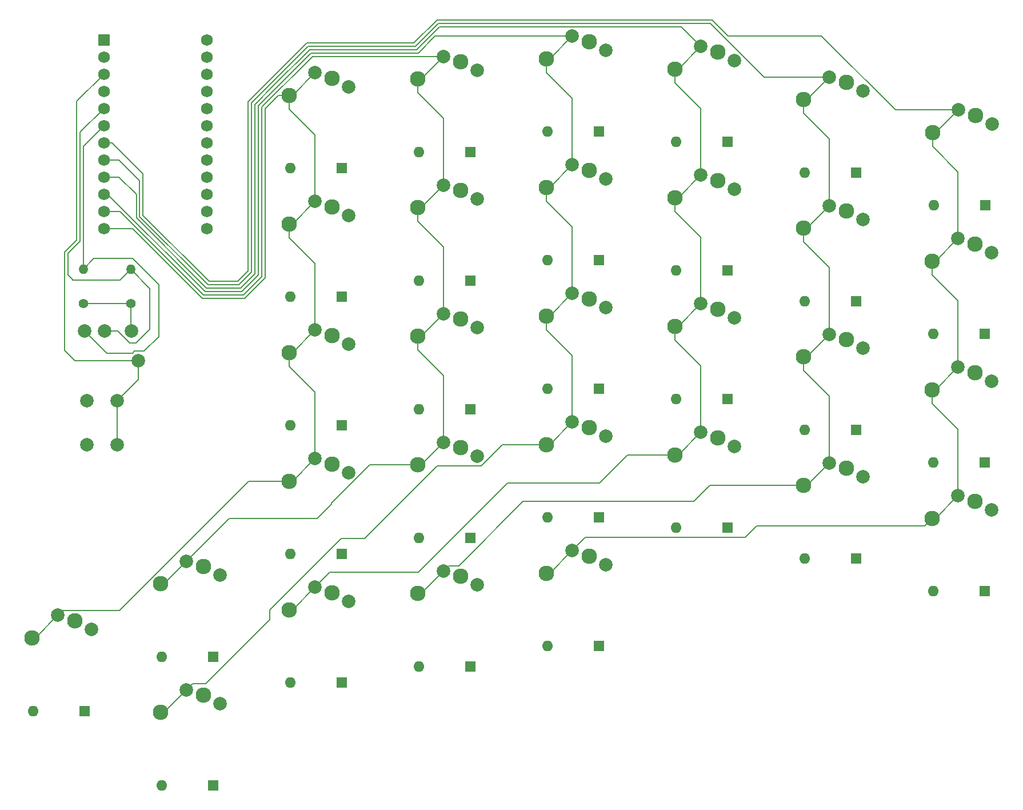
<source format=gbr>
%TF.GenerationSoftware,KiCad,Pcbnew,8.0.6*%
%TF.CreationDate,2025-02-14T20:47:42-05:00*%
%TF.ProjectId,KeyBoard_2nd_half,4b657942-6f61-4726-945f-326e645f6861,rev?*%
%TF.SameCoordinates,Original*%
%TF.FileFunction,Copper,L1,Top*%
%TF.FilePolarity,Positive*%
%FSLAX46Y46*%
G04 Gerber Fmt 4.6, Leading zero omitted, Abs format (unit mm)*
G04 Created by KiCad (PCBNEW 8.0.6) date 2025-02-14 20:47:42*
%MOMM*%
%LPD*%
G01*
G04 APERTURE LIST*
%TA.AperFunction,ComponentPad*%
%ADD10C,2.300000*%
%TD*%
%TA.AperFunction,ComponentPad*%
%ADD11C,2.000000*%
%TD*%
%TA.AperFunction,ComponentPad*%
%ADD12C,1.400000*%
%TD*%
%TA.AperFunction,ComponentPad*%
%ADD13O,1.400000X1.400000*%
%TD*%
%TA.AperFunction,ComponentPad*%
%ADD14R,1.752600X1.752600*%
%TD*%
%TA.AperFunction,ComponentPad*%
%ADD15C,1.752600*%
%TD*%
%TA.AperFunction,ComponentPad*%
%ADD16R,1.600000X1.600000*%
%TD*%
%TA.AperFunction,ComponentPad*%
%ADD17O,1.600000X1.600000*%
%TD*%
%TA.AperFunction,Conductor*%
%ADD18C,0.200000*%
%TD*%
G04 APERTURE END LIST*
D10*
%TO.P,S36,1,1*%
%TO.N,R Col 1*%
X182102100Y-48056976D03*
D11*
X185912100Y-44696976D03*
D10*
%TO.P,S36,2,2*%
%TO.N,Net-(D36-A)*%
X188452100Y-45516976D03*
D11*
X190912100Y-46796976D03*
%TD*%
D10*
%TO.P,S57,1,1*%
%TO.N,R Col 5*%
X105902100Y-66456976D03*
D11*
X109712100Y-63096976D03*
D10*
%TO.P,S57,2,2*%
%TO.N,Net-(D57-A)*%
X112252100Y-63916976D03*
D11*
X114712100Y-65196976D03*
%TD*%
D10*
%TO.P,S56,1,1*%
%TO.N,R Col 5*%
X105902100Y-47406976D03*
D11*
X109712100Y-44046976D03*
D10*
%TO.P,S56,2,2*%
%TO.N,Net-(D56-A)*%
X112252100Y-44866976D03*
D11*
X114712100Y-46146976D03*
%TD*%
D10*
%TO.P,S42,1,1*%
%TO.N,R Col 2*%
X163052100Y-62581976D03*
D11*
X166862100Y-59221976D03*
D10*
%TO.P,S42,2,2*%
%TO.N,Net-(D42-A)*%
X169402100Y-60041976D03*
D11*
X171862100Y-61321976D03*
%TD*%
D10*
%TO.P,S51,1,1*%
%TO.N,R Col 4*%
X124952100Y-45006976D03*
D11*
X128762100Y-41646976D03*
D10*
%TO.P,S51,2,2*%
%TO.N,Net-(D51-A)*%
X131302100Y-42466976D03*
D11*
X133762100Y-43746976D03*
%TD*%
D10*
%TO.P,S59,1,1*%
%TO.N,R Col 5*%
X105902100Y-104556976D03*
D11*
X109712100Y-101196976D03*
D10*
%TO.P,S59,2,2*%
%TO.N,Net-(D59-A)*%
X112252100Y-102016976D03*
D11*
X114712100Y-103296976D03*
%TD*%
D10*
%TO.P,S34,1,1*%
%TO.N,R Col 0*%
X201152100Y-110072788D03*
D11*
X204962100Y-106712788D03*
D10*
%TO.P,S34,2,2*%
%TO.N,Net-(D34-A)*%
X207502100Y-107532788D03*
D11*
X209962100Y-108812788D03*
%TD*%
D10*
%TO.P,S37,1,1*%
%TO.N,R Col 1*%
X182102100Y-67106976D03*
D11*
X185912100Y-63746976D03*
D10*
%TO.P,S37,2,2*%
%TO.N,Net-(D37-A)*%
X188452100Y-64566976D03*
D11*
X190912100Y-65846976D03*
%TD*%
D10*
%TO.P,S31,1,1*%
%TO.N,R Col 0*%
X201177099Y-52941164D03*
D11*
X204987099Y-49581164D03*
D10*
%TO.P,S31,2,2*%
%TO.N,Net-(D31-A)*%
X207527099Y-50401164D03*
D11*
X209987099Y-51681164D03*
%TD*%
D10*
%TO.P,S53,1,1*%
%TO.N,R Col 4*%
X124952100Y-83106976D03*
D11*
X128762100Y-79746976D03*
D10*
%TO.P,S53,2,2*%
%TO.N,Net-(D53-A)*%
X131302100Y-80566976D03*
D11*
X133762100Y-81846976D03*
%TD*%
D12*
%TO.P,R4,1*%
%TO.N,VCC*%
X75383450Y-78276189D03*
D13*
%TO.P,R4,2*%
%TO.N,R Ring1*%
X75383450Y-73196189D03*
%TD*%
D10*
%TO.P,S55,1,1*%
%TO.N,R Col 4*%
X86852100Y-119781976D03*
D11*
X90662100Y-116421976D03*
D10*
%TO.P,S55,2,2*%
%TO.N,Net-(D55-A)*%
X93202100Y-117241976D03*
D11*
X95662100Y-118521976D03*
%TD*%
D10*
%TO.P,S48,1,1*%
%TO.N,R Col 3*%
X144002100Y-80106976D03*
D11*
X147812100Y-76746976D03*
D10*
%TO.P,S48,2,2*%
%TO.N,Net-(D48-A)*%
X150352100Y-77566976D03*
D11*
X152812100Y-78846976D03*
%TD*%
D10*
%TO.P,S52,1,1*%
%TO.N,R Col 4*%
X124952100Y-64056976D03*
D11*
X128762100Y-60696976D03*
D10*
%TO.P,S52,2,2*%
%TO.N,Net-(D52-A)*%
X131302100Y-61516976D03*
D11*
X133762100Y-62796976D03*
%TD*%
D10*
%TO.P,S35,1,1*%
%TO.N,R Col 0*%
X144002100Y-118206976D03*
D11*
X147812100Y-114846976D03*
D10*
%TO.P,S35,2,2*%
%TO.N,Net-(D35-A)*%
X150352100Y-115666976D03*
D11*
X152812100Y-116946976D03*
%TD*%
D10*
%TO.P,S41,1,1*%
%TO.N,R Col 2*%
X163052100Y-43531976D03*
D11*
X166862100Y-40171976D03*
D10*
%TO.P,S41,2,2*%
%TO.N,Net-(D41-A)*%
X169402100Y-40991976D03*
D11*
X171862100Y-42271976D03*
%TD*%
D10*
%TO.P,S58,1,1*%
%TO.N,R Col 5*%
X105902100Y-85506976D03*
D11*
X109712100Y-82146976D03*
D10*
%TO.P,S58,2,2*%
%TO.N,Net-(D58-A)*%
X112252100Y-82966976D03*
D11*
X114712100Y-84246976D03*
%TD*%
D12*
%TO.P,R3,1*%
%TO.N,VCC*%
X82393450Y-78286189D03*
D13*
%TO.P,R3,2*%
%TO.N,R Ring2*%
X82393450Y-73206189D03*
%TD*%
D10*
%TO.P,S45,1,1*%
%TO.N,R Col 2*%
X105902100Y-123606976D03*
D11*
X109712100Y-120246976D03*
D10*
%TO.P,S45,2,2*%
%TO.N,Net-(D45-A)*%
X112252100Y-121066976D03*
D11*
X114712100Y-122346976D03*
%TD*%
D10*
%TO.P,S47,1,1*%
%TO.N,R Col 3*%
X144002100Y-61056976D03*
D11*
X147812100Y-57696976D03*
D10*
%TO.P,S47,2,2*%
%TO.N,Net-(D47-A)*%
X150352100Y-58516976D03*
D11*
X152812100Y-59796976D03*
%TD*%
D10*
%TO.P,S43,1,1*%
%TO.N,R Col 2*%
X163052100Y-81631976D03*
D11*
X166862100Y-78271976D03*
D10*
%TO.P,S43,2,2*%
%TO.N,Net-(D43-A)*%
X169402100Y-79091976D03*
D11*
X171862100Y-80371976D03*
%TD*%
D10*
%TO.P,S60,1,1*%
%TO.N,R Col 5*%
X67802100Y-127806976D03*
D11*
X71612100Y-124446976D03*
D10*
%TO.P,S60,2,2*%
%TO.N,Net-(D60-A)*%
X74152100Y-125266976D03*
D11*
X76612100Y-126546976D03*
%TD*%
D14*
%TO.P,U4,1,TX0/PD3*%
%TO.N,unconnected-(U4-TX0{slash}PD3-Pad1)*%
X78417100Y-39206101D03*
D15*
%TO.P,U4,2,RX1/PD2*%
%TO.N,unconnected-(U4-RX1{slash}PD2-Pad2)*%
X78417100Y-41746101D03*
%TO.P,U4,3,GND*%
%TO.N,R GND*%
X78417100Y-44286101D03*
%TO.P,U4,4,GND*%
%TO.N,unconnected-(U4-GND-Pad4)*%
X78417100Y-46826101D03*
%TO.P,U4,5,2/PD1*%
%TO.N,R Ring2*%
X78417100Y-49366101D03*
%TO.P,U4,6,3/PD0*%
%TO.N,R Ring1*%
X78417100Y-51906101D03*
%TO.P,U4,7,4/PD4*%
%TO.N,R Col 0*%
X78417100Y-54446101D03*
%TO.P,U4,8,5/PC6*%
%TO.N,R Col 1*%
X78417100Y-56986101D03*
%TO.P,U4,9,6/PD7*%
%TO.N,R Col 2*%
X78417100Y-59526101D03*
%TO.P,U4,10,7/PE6*%
%TO.N,R Col 3*%
X78417100Y-62066101D03*
%TO.P,U4,11,8/PB4*%
%TO.N,R Col 4*%
X78417100Y-64606101D03*
%TO.P,U4,12,9/PB5*%
%TO.N,R Col 5*%
X78417100Y-67146101D03*
%TO.P,U4,13,10/PB6*%
%TO.N,unconnected-(U4-10{slash}PB6-Pad13)*%
X93657100Y-67146101D03*
%TO.P,U4,14,16/PB2*%
%TO.N,R Row 4*%
X93657100Y-64606101D03*
%TO.P,U4,15,14/PB3*%
%TO.N,R Row 3*%
X93657100Y-62066101D03*
%TO.P,U4,16,15/PB1*%
%TO.N,R Row 2*%
X93657100Y-59526101D03*
%TO.P,U4,17,A0/PF7*%
%TO.N,R Row 1*%
X93657100Y-56986101D03*
%TO.P,U4,18,A1/PF6*%
%TO.N,R Row 0*%
X93657100Y-54446101D03*
%TO.P,U4,19,A2/PF5*%
%TO.N,unconnected-(U4-A2{slash}PF5-Pad19)*%
X93657100Y-51906101D03*
%TO.P,U4,20,A3/PF4*%
%TO.N,unconnected-(U4-A3{slash}PF4-Pad20)*%
X93657100Y-49366101D03*
%TO.P,U4,21,VCC*%
%TO.N,R VCC*%
X93657100Y-46826101D03*
%TO.P,U4,22,RST*%
%TO.N,R RST*%
X93657100Y-44286101D03*
%TO.P,U4,23,GND*%
%TO.N,unconnected-(U4-GND-Pad23)*%
X93657100Y-41746101D03*
%TO.P,U4,24,RAW*%
%TO.N,unconnected-(U4-RAW-Pad24)*%
X93657100Y-39206101D03*
%TD*%
D10*
%TO.P,S54,1,1*%
%TO.N,R Col 4*%
X124952100Y-102156976D03*
D11*
X128762100Y-98796976D03*
D10*
%TO.P,S54,2,2*%
%TO.N,Net-(D54-A)*%
X131302100Y-99616976D03*
D11*
X133762100Y-100896976D03*
%TD*%
D10*
%TO.P,S49,1,1*%
%TO.N,R Col 3*%
X144002100Y-99156976D03*
D11*
X147812100Y-95796976D03*
D10*
%TO.P,S49,2,2*%
%TO.N,Net-(D49-A)*%
X150352100Y-96616976D03*
D11*
X152812100Y-97896976D03*
%TD*%
D10*
%TO.P,S44,1,1*%
%TO.N,R Col 2*%
X163052100Y-100681976D03*
D11*
X166862100Y-97321976D03*
D10*
%TO.P,S44,2,2*%
%TO.N,Net-(D44-A)*%
X169402100Y-98141976D03*
D11*
X171862100Y-99421976D03*
%TD*%
D10*
%TO.P,S38,1,1*%
%TO.N,R Col 1*%
X182102100Y-86156976D03*
D11*
X185912100Y-82796976D03*
D10*
%TO.P,S38,2,2*%
%TO.N,Net-(D38-A)*%
X188452100Y-83616976D03*
D11*
X190912100Y-84896976D03*
%TD*%
%TO.P,SW2,1,1*%
%TO.N,R GND*%
X80378450Y-92696189D03*
X80378450Y-99196189D03*
%TO.P,SW2,2,2*%
%TO.N,R RST*%
X75878450Y-92696189D03*
X75878450Y-99196189D03*
%TD*%
%TO.P,U3,1,Sleeve*%
%TO.N,R GND*%
X83538450Y-86730039D03*
%TO.P,U3,2,Tip*%
%TO.N,VCC*%
X82538450Y-82330039D03*
%TO.P,U3,3,Ring1*%
%TO.N,R Ring2*%
X78538450Y-82330039D03*
%TO.P,U3,4,Ring2*%
%TO.N,R Ring1*%
X75538450Y-82330039D03*
%TD*%
D10*
%TO.P,S32,1,1*%
%TO.N,R Col 0*%
X201152100Y-71972788D03*
D11*
X204962100Y-68612788D03*
D10*
%TO.P,S32,2,2*%
%TO.N,Net-(D32-A)*%
X207502100Y-69432788D03*
D11*
X209962100Y-70712788D03*
%TD*%
D10*
%TO.P,S39,1,1*%
%TO.N,R Col 1*%
X182102100Y-105206976D03*
D11*
X185912100Y-101846976D03*
D10*
%TO.P,S39,2,2*%
%TO.N,Net-(D39-A)*%
X188452100Y-102666976D03*
D11*
X190912100Y-103946976D03*
%TD*%
D10*
%TO.P,S40,1,1*%
%TO.N,R Col 1*%
X124952100Y-121206976D03*
D11*
X128762100Y-117846976D03*
D10*
%TO.P,S40,2,2*%
%TO.N,Net-(D40-A)*%
X131302100Y-118666976D03*
D11*
X133762100Y-119946976D03*
%TD*%
D10*
%TO.P,S46,1,1*%
%TO.N,R Col 3*%
X144002100Y-42006976D03*
D11*
X147812100Y-38646976D03*
D10*
%TO.P,S46,2,2*%
%TO.N,Net-(D46-A)*%
X150352100Y-39466976D03*
D11*
X152812100Y-40746976D03*
%TD*%
D10*
%TO.P,S33,1,1*%
%TO.N,R Col 0*%
X201152100Y-91022788D03*
D11*
X204962100Y-87662788D03*
D10*
%TO.P,S33,2,2*%
%TO.N,Net-(D33-A)*%
X207502100Y-88482788D03*
D11*
X209962100Y-89762788D03*
%TD*%
D10*
%TO.P,S50,1,1*%
%TO.N,R Col 3*%
X86852100Y-138831976D03*
D11*
X90662100Y-135471976D03*
D10*
%TO.P,S50,2,2*%
%TO.N,Net-(D50-A)*%
X93202100Y-136291976D03*
D11*
X95662100Y-137571976D03*
%TD*%
D16*
%TO.P,D56,1,K*%
%TO.N,R Row 0*%
X113712100Y-58196976D03*
D17*
%TO.P,D56,2,A*%
%TO.N,Net-(D56-A)*%
X106092100Y-58196976D03*
%TD*%
D16*
%TO.P,D43,1,K*%
%TO.N,R Row 2*%
X170862100Y-92421976D03*
D17*
%TO.P,D43,2,A*%
%TO.N,Net-(D43-A)*%
X163242100Y-92421976D03*
%TD*%
D16*
%TO.P,D38,1,K*%
%TO.N,R Row 2*%
X189912100Y-96946976D03*
D17*
%TO.P,D38,2,A*%
%TO.N,Net-(D38-A)*%
X182292100Y-96946976D03*
%TD*%
D16*
%TO.P,D33,1,K*%
%TO.N,R Row 2*%
X208962100Y-101812788D03*
D17*
%TO.P,D33,2,A*%
%TO.N,Net-(D33-A)*%
X201342100Y-101812788D03*
%TD*%
D16*
%TO.P,D41,1,K*%
%TO.N,R Row 0*%
X170862100Y-54321976D03*
D17*
%TO.P,D41,2,A*%
%TO.N,Net-(D41-A)*%
X163242100Y-54321976D03*
%TD*%
D16*
%TO.P,D55,1,K*%
%TO.N,R Row 4*%
X94662100Y-130571976D03*
D17*
%TO.P,D55,2,A*%
%TO.N,Net-(D55-A)*%
X87042100Y-130571976D03*
%TD*%
D16*
%TO.P,D50,1,K*%
%TO.N,R Row 4*%
X94662100Y-149621976D03*
D17*
%TO.P,D50,2,A*%
%TO.N,Net-(D50-A)*%
X87042100Y-149621976D03*
%TD*%
D16*
%TO.P,D58,1,K*%
%TO.N,R Row 2*%
X113712100Y-96296976D03*
D17*
%TO.P,D58,2,A*%
%TO.N,Net-(D58-A)*%
X106092100Y-96296976D03*
%TD*%
D16*
%TO.P,D54,1,K*%
%TO.N,R Row 3*%
X132762100Y-112946976D03*
D17*
%TO.P,D54,2,A*%
%TO.N,Net-(D54-A)*%
X125142100Y-112946976D03*
%TD*%
D16*
%TO.P,D39,1,K*%
%TO.N,R Row 3*%
X189912100Y-115996976D03*
D17*
%TO.P,D39,2,A*%
%TO.N,Net-(D39-A)*%
X182292100Y-115996976D03*
%TD*%
D16*
%TO.P,D36,1,K*%
%TO.N,R Row 0*%
X189912100Y-58846976D03*
D17*
%TO.P,D36,2,A*%
%TO.N,Net-(D36-A)*%
X182292100Y-58846976D03*
%TD*%
D16*
%TO.P,D46,1,K*%
%TO.N,R Row 0*%
X151812100Y-52796976D03*
D17*
%TO.P,D46,2,A*%
%TO.N,Net-(D46-A)*%
X144192100Y-52796976D03*
%TD*%
D16*
%TO.P,D59,1,K*%
%TO.N,R Row 3*%
X113712100Y-115346976D03*
D17*
%TO.P,D59,2,A*%
%TO.N,Net-(D59-A)*%
X106092100Y-115346976D03*
%TD*%
D16*
%TO.P,D35,1,K*%
%TO.N,R Row 4*%
X151812100Y-128996976D03*
D17*
%TO.P,D35,2,A*%
%TO.N,Net-(D35-A)*%
X144192100Y-128996976D03*
%TD*%
D16*
%TO.P,D48,1,K*%
%TO.N,R Row 2*%
X151812100Y-90896976D03*
D17*
%TO.P,D48,2,A*%
%TO.N,Net-(D48-A)*%
X144192100Y-90896976D03*
%TD*%
D16*
%TO.P,D42,1,K*%
%TO.N,R Row 1*%
X170862100Y-73371976D03*
D17*
%TO.P,D42,2,A*%
%TO.N,Net-(D42-A)*%
X163242100Y-73371976D03*
%TD*%
D16*
%TO.P,D37,1,K*%
%TO.N,R Row 1*%
X189912100Y-77896976D03*
D17*
%TO.P,D37,2,A*%
%TO.N,Net-(D37-A)*%
X182292100Y-77896976D03*
%TD*%
D16*
%TO.P,D45,1,K*%
%TO.N,R Row 4*%
X113712100Y-134396976D03*
D17*
%TO.P,D45,2,A*%
%TO.N,Net-(D45-A)*%
X106092100Y-134396976D03*
%TD*%
D16*
%TO.P,D52,1,K*%
%TO.N,R Row 1*%
X132762100Y-74846976D03*
D17*
%TO.P,D52,2,A*%
%TO.N,Net-(D52-A)*%
X125142100Y-74846976D03*
%TD*%
D16*
%TO.P,D32,1,K*%
%TO.N,R Row 1*%
X208962100Y-82762788D03*
D17*
%TO.P,D32,2,A*%
%TO.N,Net-(D32-A)*%
X201342100Y-82762788D03*
%TD*%
D16*
%TO.P,D53,1,K*%
%TO.N,R Row 2*%
X132762100Y-93896976D03*
D17*
%TO.P,D53,2,A*%
%TO.N,Net-(D53-A)*%
X125142100Y-93896976D03*
%TD*%
D16*
%TO.P,D40,1,K*%
%TO.N,R Row 4*%
X132762100Y-131996976D03*
D17*
%TO.P,D40,2,A*%
%TO.N,Net-(D40-A)*%
X125142100Y-131996976D03*
%TD*%
D16*
%TO.P,D31,1,K*%
%TO.N,R Row 0*%
X208987099Y-63731164D03*
D17*
%TO.P,D31,2,A*%
%TO.N,Net-(D31-A)*%
X201367099Y-63731164D03*
%TD*%
D16*
%TO.P,D34,1,K*%
%TO.N,R Row 3*%
X208962100Y-120862788D03*
D17*
%TO.P,D34,2,A*%
%TO.N,Net-(D34-A)*%
X201342100Y-120862788D03*
%TD*%
D16*
%TO.P,D51,1,K*%
%TO.N,R Row 0*%
X132762100Y-55796976D03*
D17*
%TO.P,D51,2,A*%
%TO.N,Net-(D51-A)*%
X125142100Y-55796976D03*
%TD*%
D16*
%TO.P,D44,1,K*%
%TO.N,R Row 3*%
X170862100Y-111471976D03*
D17*
%TO.P,D44,2,A*%
%TO.N,Net-(D44-A)*%
X163242100Y-111471976D03*
%TD*%
D16*
%TO.P,D47,1,K*%
%TO.N,R Row 1*%
X151812100Y-71846976D03*
D17*
%TO.P,D47,2,A*%
%TO.N,Net-(D47-A)*%
X144192100Y-71846976D03*
%TD*%
D16*
%TO.P,D57,1,K*%
%TO.N,R Row 1*%
X113712100Y-77246976D03*
D17*
%TO.P,D57,2,A*%
%TO.N,Net-(D57-A)*%
X106092100Y-77246976D03*
%TD*%
D16*
%TO.P,D60,1,K*%
%TO.N,R Row 4*%
X75612100Y-138596976D03*
D17*
%TO.P,D60,2,A*%
%TO.N,Net-(D60-A)*%
X67992100Y-138596976D03*
%TD*%
D16*
%TO.P,D49,1,K*%
%TO.N,R Row 3*%
X151812100Y-109946976D03*
D17*
%TO.P,D49,2,A*%
%TO.N,Net-(D49-A)*%
X144192100Y-109946976D03*
%TD*%
D18*
%TO.N,R Ring2*%
X73092262Y-70837377D02*
X74883450Y-69046189D01*
X82393450Y-73206189D02*
X80843450Y-74756189D01*
X73812262Y-74756189D02*
X73812262Y-74736189D01*
X80843450Y-74756189D02*
X73812262Y-74756189D01*
X74883450Y-52899751D02*
X78417100Y-49366101D01*
X83202262Y-84126189D02*
X85222262Y-82106189D01*
X73812262Y-74736189D02*
X73092262Y-74016189D01*
X74883450Y-69046189D02*
X74883450Y-52899751D01*
X80506112Y-82330039D02*
X82302262Y-84126189D01*
X73092262Y-74016189D02*
X73092262Y-70837377D01*
X82302262Y-84126189D02*
X83202262Y-84126189D01*
X78538450Y-82330039D02*
X80506112Y-82330039D01*
X85222262Y-82106189D02*
X85222262Y-76035001D01*
X85222262Y-76035001D02*
X82393450Y-73206189D01*
%TO.N,R Ring1*%
X82658551Y-85630039D02*
X82958551Y-85330039D01*
X86582262Y-83166189D02*
X86582262Y-75476189D01*
X82958551Y-85330039D02*
X84418412Y-85330039D01*
X75383450Y-54939751D02*
X78417100Y-51906101D01*
X78838450Y-85630039D02*
X82658551Y-85630039D01*
X75383450Y-73196189D02*
X75383450Y-54939751D01*
X76963450Y-71616189D02*
X75383450Y-73196189D01*
X82722262Y-71616189D02*
X76963450Y-71616189D01*
X75538450Y-82330039D02*
X78838450Y-85630039D01*
X84418412Y-85330039D02*
X86582262Y-83166189D01*
X86582262Y-75476189D02*
X82722262Y-71616189D01*
%TO.N,R Col 0*%
X195676187Y-49581164D02*
X184745684Y-38650661D01*
X201602100Y-91022788D02*
X201152100Y-91022788D01*
X124370944Y-39646976D02*
X127770944Y-36246976D01*
X100526636Y-47620563D02*
X100401636Y-47745563D01*
X98246732Y-74996189D02*
X94047792Y-74996189D01*
X100401636Y-47745563D02*
X100401634Y-47745563D01*
X108500222Y-39646976D02*
X100526636Y-47620563D01*
X204987099Y-49581164D02*
X201627099Y-52941164D01*
X184745684Y-38650661D02*
X170927791Y-38650661D01*
X201177099Y-54985939D02*
X204962100Y-58770940D01*
X144452100Y-118206976D02*
X144002100Y-118206976D01*
X200002100Y-111222788D02*
X175109798Y-111222788D01*
X147812100Y-114846976D02*
X144452100Y-118206976D01*
X204962100Y-96877563D02*
X204962100Y-106712788D01*
X201602100Y-71972788D02*
X201152100Y-71972788D01*
X201152100Y-110072788D02*
X200002100Y-111222788D01*
X170927791Y-38650661D02*
X168524106Y-36246976D01*
X204962100Y-58770940D02*
X204962100Y-68612788D01*
X173450738Y-112881848D02*
X149777228Y-112881848D01*
X100401634Y-47745563D02*
X99802262Y-48344935D01*
X204962100Y-77827563D02*
X204962100Y-87662788D01*
X84242262Y-59031988D02*
X79656375Y-54446101D01*
X175109798Y-111222788D02*
X173450738Y-112881848D01*
X99802262Y-48344935D02*
X99802262Y-73440659D01*
X108500221Y-39646976D02*
X108500222Y-39646976D01*
X100526636Y-47620563D02*
X100401635Y-47745563D01*
X94047792Y-74996189D02*
X84242262Y-65190659D01*
X201602100Y-110072788D02*
X201152100Y-110072788D01*
X204962100Y-106712788D02*
X201602100Y-110072788D01*
X201152100Y-74017563D02*
X204962100Y-77827563D01*
X84242262Y-65190659D02*
X84242262Y-59031988D01*
X201152100Y-93067563D02*
X204962100Y-96877563D01*
X204962100Y-87662788D02*
X201602100Y-91022788D01*
X201177099Y-52941164D02*
X201177099Y-54985939D01*
X79656375Y-54446101D02*
X78417100Y-54446101D01*
X127770944Y-36246976D02*
X168524106Y-36246976D01*
X149777228Y-112881848D02*
X147812100Y-114846976D01*
X201152100Y-91022788D02*
X201152100Y-93067563D01*
X204962100Y-68612788D02*
X201602100Y-71972788D01*
X108500221Y-39646976D02*
X124370944Y-39646976D01*
X99802262Y-73440659D02*
X98246732Y-74996189D01*
X204987099Y-49581164D02*
X195676187Y-49581164D01*
X201627099Y-52941164D02*
X201177099Y-52941164D01*
X201152100Y-71972788D02*
X201152100Y-74017563D01*
%TO.N,R Col 1*%
X182102100Y-48056976D02*
X182102100Y-50101751D01*
X83742262Y-65397765D02*
X83742262Y-60086189D01*
X182552100Y-48056976D02*
X182102100Y-48056976D01*
X140522887Y-107586189D02*
X130992100Y-117116976D01*
X165812662Y-107586189D02*
X140522887Y-107586189D01*
X185912100Y-92011751D02*
X185912100Y-101846976D01*
X185912100Y-44696976D02*
X176266999Y-44696976D01*
X129492100Y-117116976D02*
X128762100Y-117846976D01*
X182552100Y-105206976D02*
X182102100Y-105206976D01*
X182102100Y-50101751D02*
X185912100Y-53911751D01*
X98453838Y-75496189D02*
X93840686Y-75496189D01*
X176266999Y-44696976D02*
X168316999Y-36746976D01*
X185912100Y-82796976D02*
X182552100Y-86156976D01*
X100302262Y-73647765D02*
X98453838Y-75496189D01*
X80642174Y-56986101D02*
X78417100Y-56986101D01*
X124578050Y-40146976D02*
X108707328Y-40146976D01*
X182552100Y-67106976D02*
X182102100Y-67106976D01*
X83742262Y-60086189D02*
X80642174Y-56986101D01*
X182102100Y-88201751D02*
X185912100Y-92011751D01*
X182102100Y-86156976D02*
X182102100Y-88201751D01*
X182102100Y-105206976D02*
X168191875Y-105206976D01*
X108707328Y-40146976D02*
X100302262Y-48552042D01*
X185912100Y-53911751D02*
X185912100Y-63746976D01*
X185912100Y-72961751D02*
X185912100Y-82796976D01*
X127978050Y-36746976D02*
X124578050Y-40146976D01*
X100302262Y-48552042D02*
X100302262Y-73647765D01*
X182102100Y-69151751D02*
X185912100Y-72961751D01*
X185912100Y-101846976D02*
X182552100Y-105206976D01*
X182552100Y-86156976D02*
X182102100Y-86156976D01*
X125402100Y-121206976D02*
X124952100Y-121206976D01*
X185912100Y-63746976D02*
X182552100Y-67106976D01*
X168316999Y-36746976D02*
X127978050Y-36746976D01*
X182102100Y-67106976D02*
X182102100Y-69151751D01*
X128762100Y-117846976D02*
X125402100Y-121206976D01*
X93840686Y-75496189D02*
X83742262Y-65397765D01*
X168191875Y-105206976D02*
X165812662Y-107586189D01*
X130992100Y-117116976D02*
X129492100Y-117116976D01*
X185912100Y-44696976D02*
X182552100Y-48056976D01*
%TO.N,R Col 2*%
X166862100Y-40171976D02*
X163937100Y-37246976D01*
X163937100Y-37246976D02*
X128185156Y-37246976D01*
X166862100Y-87486751D02*
X166862100Y-97321976D01*
X111872887Y-118086189D02*
X109712100Y-120246976D01*
X151869943Y-104836189D02*
X138242262Y-104836189D01*
X163052100Y-45576751D02*
X166862100Y-49386751D01*
X166862100Y-78271976D02*
X163502100Y-81631976D01*
X128185156Y-37246976D02*
X124785156Y-40646976D01*
X124785156Y-40646976D02*
X108914435Y-40646976D01*
X166862100Y-40171976D02*
X163502100Y-43531976D01*
X109712100Y-120246976D02*
X106352100Y-123606976D01*
X156024156Y-100681976D02*
X151869943Y-104836189D01*
X124992262Y-118086189D02*
X111872887Y-118086189D01*
X108914435Y-40646976D02*
X103608742Y-45952669D01*
X163502100Y-100681976D02*
X163052100Y-100681976D01*
X103608741Y-45952669D02*
X100802262Y-48759148D01*
X163052100Y-62581976D02*
X163052100Y-64626751D01*
X83242262Y-62086189D02*
X80682174Y-59526101D01*
X163052100Y-100681976D02*
X156024156Y-100681976D01*
X166862100Y-97321976D02*
X163502100Y-100681976D01*
X166862100Y-59221976D02*
X163502100Y-62581976D01*
X163052100Y-43531976D02*
X163052100Y-45576751D01*
X138242262Y-104836189D02*
X124992262Y-118086189D01*
X166862100Y-68436751D02*
X166862100Y-78271976D01*
X163502100Y-43531976D02*
X163052100Y-43531976D01*
X100802262Y-48759148D02*
X100802262Y-73854871D01*
X163052100Y-64626751D02*
X166862100Y-68436751D01*
X163502100Y-81631976D02*
X163052100Y-81631976D01*
X103608742Y-45952669D02*
X103608741Y-45952669D01*
X166862100Y-49386751D02*
X166862100Y-59221976D01*
X93633580Y-75996189D02*
X83242262Y-65604871D01*
X163502100Y-62581976D02*
X163052100Y-62581976D01*
X98660944Y-75996189D02*
X93633580Y-75996189D01*
X163052100Y-83676751D02*
X166862100Y-87486751D01*
X163052100Y-81631976D02*
X163052100Y-83676751D01*
X106352100Y-123606976D02*
X105902100Y-123606976D01*
X100802262Y-73854871D02*
X98660944Y-75996189D01*
X83242262Y-65604871D02*
X83242262Y-62086189D01*
X80682174Y-59526101D02*
X78417100Y-59526101D01*
%TO.N,R Col 3*%
X147812100Y-38646976D02*
X127492262Y-38646976D01*
X144002100Y-44051751D02*
X147812100Y-47861751D01*
X124992262Y-41146976D02*
X109121541Y-41146976D01*
X127492262Y-38646976D02*
X124992262Y-41146976D01*
X144002100Y-80106976D02*
X144002100Y-82151751D01*
X117025299Y-113086189D02*
X113572887Y-113086189D01*
X90662100Y-135471976D02*
X87302100Y-138831976D01*
X147812100Y-47861751D02*
X147812100Y-57696976D01*
X147812100Y-57696976D02*
X144452100Y-61056976D01*
X144002100Y-61056976D02*
X144002100Y-63101751D01*
X87302100Y-138831976D02*
X86852100Y-138831976D01*
X147812100Y-85961751D02*
X147812100Y-95796976D01*
X147812100Y-66911751D02*
X147812100Y-76746976D01*
X147812100Y-76746976D02*
X144452100Y-80106976D01*
X144002100Y-99156976D02*
X137481999Y-99156976D01*
X113572887Y-113086189D02*
X103012100Y-123646976D01*
X127814512Y-102296976D02*
X117025299Y-113086189D01*
X144002100Y-82151751D02*
X147812100Y-85961751D01*
X103012100Y-125066351D02*
X93492262Y-134586189D01*
X144452100Y-42006976D02*
X144002100Y-42006976D01*
X134341999Y-102296976D02*
X127814512Y-102296976D01*
X147812100Y-95796976D02*
X144452100Y-99156976D01*
X91547887Y-134586189D02*
X90662100Y-135471976D01*
X98868050Y-76496189D02*
X93426474Y-76496189D01*
X137481999Y-99156976D02*
X134341999Y-102296976D01*
X103012100Y-123646976D02*
X103012100Y-125066351D01*
X109121541Y-41146976D02*
X101302262Y-48966255D01*
X147812100Y-38646976D02*
X144452100Y-42006976D01*
X144452100Y-61056976D02*
X144002100Y-61056976D01*
X144452100Y-80106976D02*
X144002100Y-80106976D01*
X144002100Y-63101751D02*
X147812100Y-66911751D01*
X101302262Y-74061977D02*
X98868050Y-76496189D01*
X93426474Y-76496189D02*
X78996386Y-62066101D01*
X78996386Y-62066101D02*
X78417100Y-62066101D01*
X144452100Y-99156976D02*
X144002100Y-99156976D01*
X93492262Y-134586189D02*
X91547887Y-134586189D01*
X144002100Y-42006976D02*
X144002100Y-44051751D01*
X101302262Y-48966255D02*
X101302262Y-74061977D01*
%TO.N,R Col 4*%
X90662100Y-116421976D02*
X87302100Y-119781976D01*
X124952100Y-45006976D02*
X124952100Y-47051751D01*
X128762100Y-98796976D02*
X125402100Y-102156976D01*
X117831999Y-102156976D02*
X112152786Y-107836189D01*
X124952100Y-85151751D02*
X128762100Y-88961751D01*
X101802262Y-74269083D02*
X99075156Y-76996189D01*
X124952100Y-66101751D02*
X128762100Y-69911751D01*
X128762100Y-69911751D02*
X128762100Y-79746976D01*
X128762100Y-41646976D02*
X125402100Y-45006976D01*
X128762100Y-88961751D02*
X128762100Y-98796976D01*
X128762100Y-60696976D02*
X125402100Y-64056976D01*
X128762100Y-41646976D02*
X109328648Y-41646976D01*
X99075156Y-76996189D02*
X93219368Y-76996189D01*
X128762100Y-79746976D02*
X125402100Y-83106976D01*
X87302100Y-119781976D02*
X86852100Y-119781976D01*
X93219368Y-76996189D02*
X80829280Y-64606101D01*
X125402100Y-64056976D02*
X124952100Y-64056976D01*
X96997887Y-110086189D02*
X90662100Y-116421976D01*
X112152786Y-107971065D02*
X110037662Y-110086189D01*
X80829280Y-64606101D02*
X78417100Y-64606101D01*
X110037662Y-110086189D02*
X96997887Y-110086189D01*
X124952100Y-102156976D02*
X117831999Y-102156976D01*
X125402100Y-102156976D02*
X124952100Y-102156976D01*
X125402100Y-45006976D02*
X124952100Y-45006976D01*
X124952100Y-47051751D02*
X128762100Y-50861751D01*
X112152786Y-107836189D02*
X112152786Y-107971065D01*
X109328648Y-41646976D02*
X101802262Y-49173362D01*
X124952100Y-64056976D02*
X124952100Y-66101751D01*
X128762100Y-50861751D02*
X128762100Y-60696976D01*
X125402100Y-83106976D02*
X124952100Y-83106976D01*
X124952100Y-83106976D02*
X124952100Y-85151751D01*
X101802262Y-49173362D02*
X101802262Y-74269083D01*
%TO.N,R Col 5*%
X104275755Y-47406976D02*
X102302262Y-49380469D01*
X102302262Y-49380469D02*
X102302262Y-74476189D01*
X102302262Y-74476189D02*
X99282262Y-77496189D01*
X99282262Y-77496189D02*
X93012262Y-77496189D01*
X105902100Y-66456976D02*
X105902100Y-68501751D01*
X109712100Y-91361751D02*
X109712100Y-101196976D01*
X109712100Y-63096976D02*
X106352100Y-66456976D01*
X72342100Y-123716976D02*
X71612100Y-124446976D01*
X68252100Y-127806976D02*
X67802100Y-127806976D01*
X106352100Y-47406976D02*
X105902100Y-47406976D01*
X105902100Y-49451751D02*
X109712100Y-53261751D01*
X99863421Y-104556976D02*
X80703421Y-123716976D01*
X71612100Y-124446976D02*
X68252100Y-127806976D01*
X109712100Y-72311751D02*
X109712100Y-82146976D01*
X106352100Y-104556976D02*
X105902100Y-104556976D01*
X105902100Y-47406976D02*
X105902100Y-49451751D01*
X105902100Y-68501751D02*
X109712100Y-72311751D01*
X106352100Y-85506976D02*
X105902100Y-85506976D01*
X105902100Y-87551751D02*
X109712100Y-91361751D01*
X93012262Y-77496189D02*
X82662174Y-67146101D01*
X109712100Y-82146976D02*
X106352100Y-85506976D01*
X105902100Y-104556976D02*
X99863421Y-104556976D01*
X109712100Y-53261751D02*
X109712100Y-63096976D01*
X105902100Y-47406976D02*
X104275755Y-47406976D01*
X106352100Y-66456976D02*
X105902100Y-66456976D01*
X82662174Y-67146101D02*
X78417100Y-67146101D01*
X105902100Y-85506976D02*
X105902100Y-87551751D01*
X80703421Y-123716976D02*
X72342100Y-123716976D01*
X109712100Y-101196976D02*
X106352100Y-104556976D01*
X109712100Y-44046976D02*
X106352100Y-47406976D01*
%TO.N,R GND*%
X83538450Y-86730039D02*
X74146112Y-86730039D01*
X74383450Y-68839083D02*
X74383450Y-48319751D01*
X83538450Y-86730039D02*
X83538450Y-89536189D01*
X80378450Y-92696189D02*
X80378450Y-99196189D01*
X74383450Y-48319751D02*
X78417100Y-44286101D01*
X74146112Y-86730039D02*
X72592262Y-85176189D01*
X72592262Y-85176189D02*
X72592262Y-70630271D01*
X72592262Y-70630271D02*
X74383450Y-68839083D01*
X83538450Y-89536189D02*
X80378450Y-92696189D01*
%TO.N,VCC*%
X75383450Y-78276189D02*
X82383450Y-78276189D01*
X82393450Y-78286189D02*
X82393450Y-82185039D01*
X82393450Y-82185039D02*
X82538450Y-82330039D01*
X82383450Y-78276189D02*
X82393450Y-78286189D01*
%TD*%
M02*

</source>
